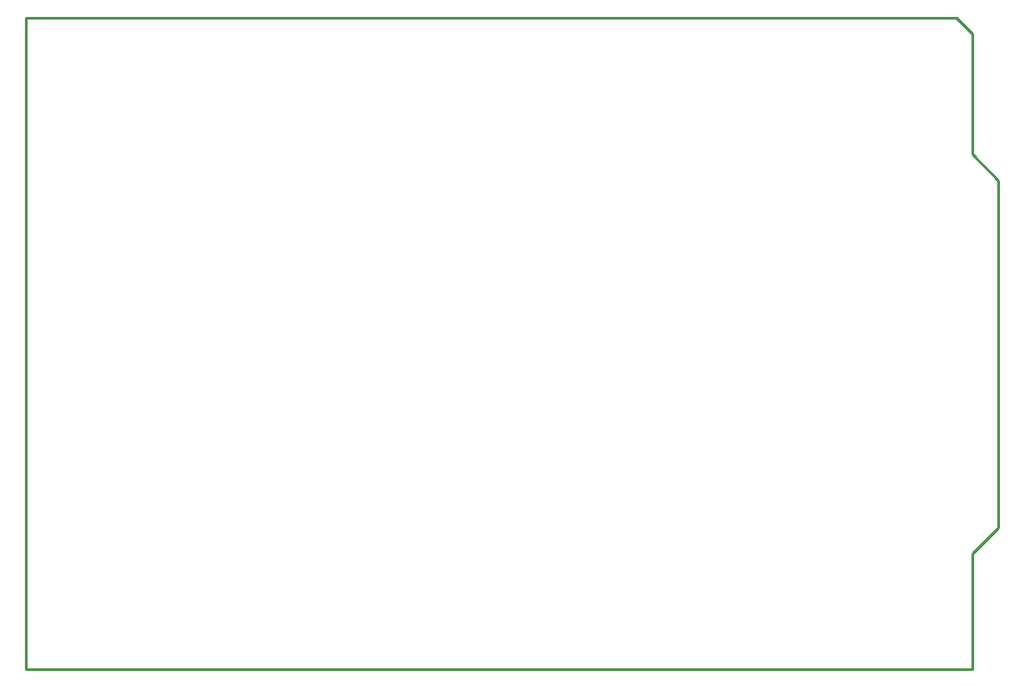
<source format=gbr>
%FSLAX34Y34*%
G04 Gerber Fmt 3.4, Leading zero omitted, Abs format*
G04 (created by PCBNEW (2014-05-22 BZR 4885)-product) date Tue 27 May 2014 09:52:33 PM EST*
%MOIN*%
G01*
G70*
G90*
G04 APERTURE LIST*
%ADD10C,0.003937*%
%ADD11C,0.010000*%
G04 APERTURE END LIST*
G54D10*
G54D11*
X45275Y-31889D02*
X80118Y-31889D01*
G54D10*
X80708Y-51968D02*
X81692Y-50984D01*
G54D11*
X80708Y-56299D02*
X80708Y-51968D01*
X45275Y-56299D02*
X80708Y-56299D01*
X45275Y-31889D02*
X45275Y-56299D01*
G54D10*
X80708Y-52952D02*
X80708Y-56299D01*
G54D11*
X46456Y-31889D02*
X48031Y-31889D01*
X80708Y-32480D02*
X80118Y-31889D01*
X80708Y-37007D02*
X80708Y-32480D01*
X81692Y-37992D02*
X80708Y-37007D01*
X81692Y-50984D02*
X81692Y-37992D01*
X80708Y-51968D02*
X81692Y-50984D01*
X80708Y-52952D02*
X80708Y-51968D01*
M02*

</source>
